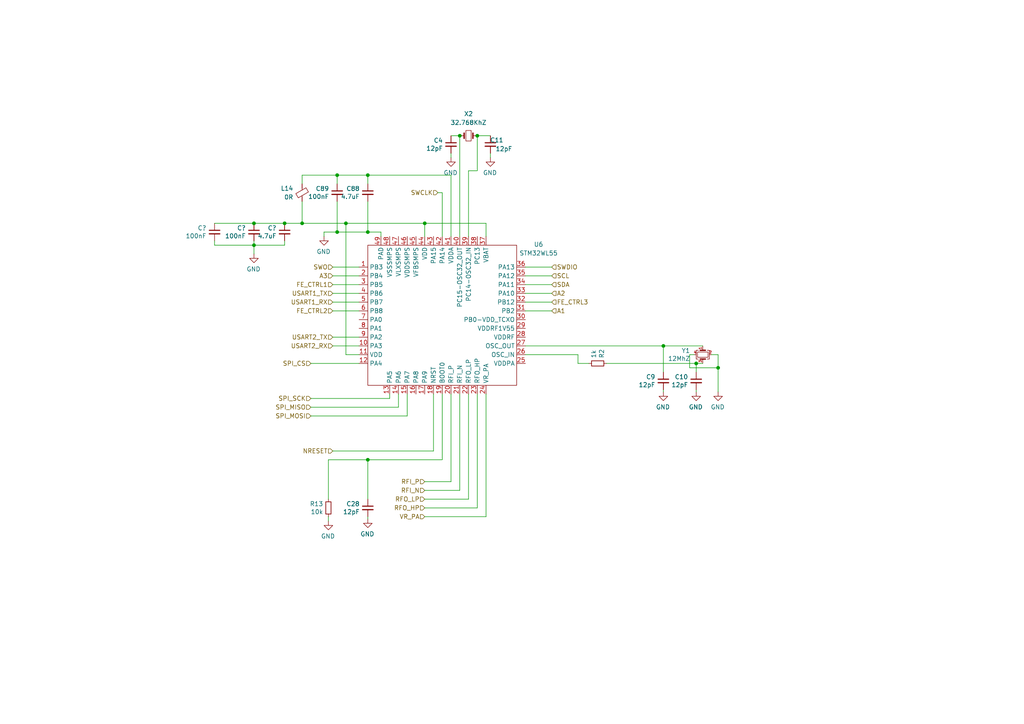
<source format=kicad_sch>
(kicad_sch (version 20211123) (generator eeschema)

  (uuid a9b77efa-d172-46db-ba4a-30e474cee555)

  (paper "A4")

  (lib_symbols
    (symbol "Device:C_Small" (pin_numbers hide) (pin_names (offset 0.254) hide) (in_bom yes) (on_board yes)
      (property "Reference" "C" (id 0) (at 0.254 1.778 0)
        (effects (font (size 1.27 1.27)) (justify left))
      )
      (property "Value" "C_Small" (id 1) (at 0.254 -2.032 0)
        (effects (font (size 1.27 1.27)) (justify left))
      )
      (property "Footprint" "" (id 2) (at 0 0 0)
        (effects (font (size 1.27 1.27)) hide)
      )
      (property "Datasheet" "~" (id 3) (at 0 0 0)
        (effects (font (size 1.27 1.27)) hide)
      )
      (property "ki_keywords" "capacitor cap" (id 4) (at 0 0 0)
        (effects (font (size 1.27 1.27)) hide)
      )
      (property "ki_description" "Unpolarized capacitor, small symbol" (id 5) (at 0 0 0)
        (effects (font (size 1.27 1.27)) hide)
      )
      (property "ki_fp_filters" "C_*" (id 6) (at 0 0 0)
        (effects (font (size 1.27 1.27)) hide)
      )
      (symbol "C_Small_0_1"
        (polyline
          (pts
            (xy -1.524 -0.508)
            (xy 1.524 -0.508)
          )
          (stroke (width 0.3302) (type default) (color 0 0 0 0))
          (fill (type none))
        )
        (polyline
          (pts
            (xy -1.524 0.508)
            (xy 1.524 0.508)
          )
          (stroke (width 0.3048) (type default) (color 0 0 0 0))
          (fill (type none))
        )
      )
      (symbol "C_Small_1_1"
        (pin passive line (at 0 2.54 270) (length 2.032)
          (name "~" (effects (font (size 1.27 1.27))))
          (number "1" (effects (font (size 1.27 1.27))))
        )
        (pin passive line (at 0 -2.54 90) (length 2.032)
          (name "~" (effects (font (size 1.27 1.27))))
          (number "2" (effects (font (size 1.27 1.27))))
        )
      )
    )
    (symbol "Device:Crystal_GND24_Small" (pin_names (offset 1.016) hide) (in_bom yes) (on_board yes)
      (property "Reference" "Y" (id 0) (at 1.27 4.445 0)
        (effects (font (size 1.27 1.27)) (justify left))
      )
      (property "Value" "Crystal_GND24_Small" (id 1) (at 1.27 2.54 0)
        (effects (font (size 1.27 1.27)) (justify left))
      )
      (property "Footprint" "" (id 2) (at 0 0 0)
        (effects (font (size 1.27 1.27)) hide)
      )
      (property "Datasheet" "~" (id 3) (at 0 0 0)
        (effects (font (size 1.27 1.27)) hide)
      )
      (property "ki_keywords" "quartz ceramic resonator oscillator" (id 4) (at 0 0 0)
        (effects (font (size 1.27 1.27)) hide)
      )
      (property "ki_description" "Four pin crystal, GND on pins 2 and 4, small symbol" (id 5) (at 0 0 0)
        (effects (font (size 1.27 1.27)) hide)
      )
      (property "ki_fp_filters" "Crystal*" (id 6) (at 0 0 0)
        (effects (font (size 1.27 1.27)) hide)
      )
      (symbol "Crystal_GND24_Small_0_1"
        (rectangle (start -0.762 -1.524) (end 0.762 1.524)
          (stroke (width 0) (type default) (color 0 0 0 0))
          (fill (type none))
        )
        (polyline
          (pts
            (xy -1.27 -0.762)
            (xy -1.27 0.762)
          )
          (stroke (width 0.381) (type default) (color 0 0 0 0))
          (fill (type none))
        )
        (polyline
          (pts
            (xy 1.27 -0.762)
            (xy 1.27 0.762)
          )
          (stroke (width 0.381) (type default) (color 0 0 0 0))
          (fill (type none))
        )
        (polyline
          (pts
            (xy -1.27 -1.27)
            (xy -1.27 -1.905)
            (xy 1.27 -1.905)
            (xy 1.27 -1.27)
          )
          (stroke (width 0) (type default) (color 0 0 0 0))
          (fill (type none))
        )
        (polyline
          (pts
            (xy -1.27 1.27)
            (xy -1.27 1.905)
            (xy 1.27 1.905)
            (xy 1.27 1.27)
          )
          (stroke (width 0) (type default) (color 0 0 0 0))
          (fill (type none))
        )
      )
      (symbol "Crystal_GND24_Small_1_1"
        (pin passive line (at -2.54 0 0) (length 1.27)
          (name "1" (effects (font (size 1.27 1.27))))
          (number "1" (effects (font (size 0.762 0.762))))
        )
        (pin passive line (at 0 -2.54 90) (length 0.635)
          (name "2" (effects (font (size 1.27 1.27))))
          (number "2" (effects (font (size 0.762 0.762))))
        )
        (pin passive line (at 2.54 0 180) (length 1.27)
          (name "3" (effects (font (size 1.27 1.27))))
          (number "3" (effects (font (size 0.762 0.762))))
        )
        (pin passive line (at 0 2.54 270) (length 0.635)
          (name "4" (effects (font (size 1.27 1.27))))
          (number "4" (effects (font (size 0.762 0.762))))
        )
      )
    )
    (symbol "Device:Crystal_Small" (pin_numbers hide) (pin_names (offset 1.016) hide) (in_bom yes) (on_board yes)
      (property "Reference" "Y" (id 0) (at 0 2.54 0)
        (effects (font (size 1.27 1.27)))
      )
      (property "Value" "Crystal_Small" (id 1) (at 0 -2.54 0)
        (effects (font (size 1.27 1.27)))
      )
      (property "Footprint" "" (id 2) (at 0 0 0)
        (effects (font (size 1.27 1.27)) hide)
      )
      (property "Datasheet" "~" (id 3) (at 0 0 0)
        (effects (font (size 1.27 1.27)) hide)
      )
      (property "ki_keywords" "quartz ceramic resonator oscillator" (id 4) (at 0 0 0)
        (effects (font (size 1.27 1.27)) hide)
      )
      (property "ki_description" "Two pin crystal, small symbol" (id 5) (at 0 0 0)
        (effects (font (size 1.27 1.27)) hide)
      )
      (property "ki_fp_filters" "Crystal*" (id 6) (at 0 0 0)
        (effects (font (size 1.27 1.27)) hide)
      )
      (symbol "Crystal_Small_0_1"
        (rectangle (start -0.762 -1.524) (end 0.762 1.524)
          (stroke (width 0) (type default) (color 0 0 0 0))
          (fill (type none))
        )
        (polyline
          (pts
            (xy -1.27 -0.762)
            (xy -1.27 0.762)
          )
          (stroke (width 0.381) (type default) (color 0 0 0 0))
          (fill (type none))
        )
        (polyline
          (pts
            (xy 1.27 -0.762)
            (xy 1.27 0.762)
          )
          (stroke (width 0.381) (type default) (color 0 0 0 0))
          (fill (type none))
        )
      )
      (symbol "Crystal_Small_1_1"
        (pin passive line (at -2.54 0 0) (length 1.27)
          (name "1" (effects (font (size 1.27 1.27))))
          (number "1" (effects (font (size 1.27 1.27))))
        )
        (pin passive line (at 2.54 0 180) (length 1.27)
          (name "2" (effects (font (size 1.27 1.27))))
          (number "2" (effects (font (size 1.27 1.27))))
        )
      )
    )
    (symbol "Device:FerriteBead_Small" (pin_numbers hide) (pin_names (offset 0)) (in_bom yes) (on_board yes)
      (property "Reference" "FB" (id 0) (at 1.905 1.27 0)
        (effects (font (size 1.27 1.27)) (justify left))
      )
      (property "Value" "FerriteBead_Small" (id 1) (at 1.905 -1.27 0)
        (effects (font (size 1.27 1.27)) (justify left))
      )
      (property "Footprint" "" (id 2) (at -1.778 0 90)
        (effects (font (size 1.27 1.27)) hide)
      )
      (property "Datasheet" "~" (id 3) (at 0 0 0)
        (effects (font (size 1.27 1.27)) hide)
      )
      (property "ki_keywords" "L ferrite bead inductor filter" (id 4) (at 0 0 0)
        (effects (font (size 1.27 1.27)) hide)
      )
      (property "ki_description" "Ferrite bead, small symbol" (id 5) (at 0 0 0)
        (effects (font (size 1.27 1.27)) hide)
      )
      (property "ki_fp_filters" "Inductor_* L_* *Ferrite*" (id 6) (at 0 0 0)
        (effects (font (size 1.27 1.27)) hide)
      )
      (symbol "FerriteBead_Small_0_1"
        (polyline
          (pts
            (xy 0 -1.27)
            (xy 0 -0.7874)
          )
          (stroke (width 0) (type default) (color 0 0 0 0))
          (fill (type none))
        )
        (polyline
          (pts
            (xy 0 0.889)
            (xy 0 1.2954)
          )
          (stroke (width 0) (type default) (color 0 0 0 0))
          (fill (type none))
        )
        (polyline
          (pts
            (xy -1.8288 0.2794)
            (xy -1.1176 1.4986)
            (xy 1.8288 -0.2032)
            (xy 1.1176 -1.4224)
            (xy -1.8288 0.2794)
          )
          (stroke (width 0) (type default) (color 0 0 0 0))
          (fill (type none))
        )
      )
      (symbol "FerriteBead_Small_1_1"
        (pin passive line (at 0 2.54 270) (length 1.27)
          (name "~" (effects (font (size 1.27 1.27))))
          (number "1" (effects (font (size 1.27 1.27))))
        )
        (pin passive line (at 0 -2.54 90) (length 1.27)
          (name "~" (effects (font (size 1.27 1.27))))
          (number "2" (effects (font (size 1.27 1.27))))
        )
      )
    )
    (symbol "Device:R_Small" (pin_numbers hide) (pin_names (offset 0.254) hide) (in_bom yes) (on_board yes)
      (property "Reference" "R" (id 0) (at 0.762 0.508 0)
        (effects (font (size 1.27 1.27)) (justify left))
      )
      (property "Value" "R_Small" (id 1) (at 0.762 -1.016 0)
        (effects (font (size 1.27 1.27)) (justify left))
      )
      (property "Footprint" "" (id 2) (at 0 0 0)
        (effects (font (size 1.27 1.27)) hide)
      )
      (property "Datasheet" "~" (id 3) (at 0 0 0)
        (effects (font (size 1.27 1.27)) hide)
      )
      (property "ki_keywords" "R resistor" (id 4) (at 0 0 0)
        (effects (font (size 1.27 1.27)) hide)
      )
      (property "ki_description" "Resistor, small symbol" (id 5) (at 0 0 0)
        (effects (font (size 1.27 1.27)) hide)
      )
      (property "ki_fp_filters" "R_*" (id 6) (at 0 0 0)
        (effects (font (size 1.27 1.27)) hide)
      )
      (symbol "R_Small_0_1"
        (rectangle (start -0.762 1.778) (end 0.762 -1.778)
          (stroke (width 0.2032) (type default) (color 0 0 0 0))
          (fill (type none))
        )
      )
      (symbol "R_Small_1_1"
        (pin passive line (at 0 2.54 270) (length 0.762)
          (name "~" (effects (font (size 1.27 1.27))))
          (number "1" (effects (font (size 1.27 1.27))))
        )
        (pin passive line (at 0 -2.54 90) (length 0.762)
          (name "~" (effects (font (size 1.27 1.27))))
          (number "2" (effects (font (size 1.27 1.27))))
        )
      )
    )
    (symbol "parts:STM32WL55" (in_bom yes) (on_board yes)
      (property "Reference" "U" (id 0) (at 0 0 0)
        (effects (font (size 1.27 1.27)))
      )
      (property "Value" "STM32WL55" (id 1) (at 0 0 0)
        (effects (font (size 1.27 1.27)))
      )
      (property "Footprint" "" (id 2) (at 0 0 0)
        (effects (font (size 1.27 1.27)) hide)
      )
      (property "Datasheet" "" (id 3) (at 0 0 0)
        (effects (font (size 1.27 1.27)) hide)
      )
      (symbol "STM32WL55_0_1"
        (rectangle (start -20.32 20.32) (end 22.86 -20.32)
          (stroke (width 0) (type default) (color 0 0 0 0))
          (fill (type none))
        )
      )
      (symbol "STM32WL55_1_1"
        (pin unspecified line (at -22.86 13.97 0) (length 2.54)
          (name "PB3" (effects (font (size 1.27 1.27))))
          (number "1" (effects (font (size 1.27 1.27))))
        )
        (pin unspecified line (at -22.86 -8.89 0) (length 2.54)
          (name "PA3" (effects (font (size 1.27 1.27))))
          (number "10" (effects (font (size 1.27 1.27))))
        )
        (pin unspecified line (at -22.86 -11.43 0) (length 2.54)
          (name "VDD" (effects (font (size 1.27 1.27))))
          (number "11" (effects (font (size 1.27 1.27))))
        )
        (pin unspecified line (at -22.86 -13.97 0) (length 2.54)
          (name "PA4" (effects (font (size 1.27 1.27))))
          (number "12" (effects (font (size 1.27 1.27))))
        )
        (pin unspecified line (at -13.97 -22.86 90) (length 2.54)
          (name "PA5" (effects (font (size 1.27 1.27))))
          (number "13" (effects (font (size 1.27 1.27))))
        )
        (pin unspecified line (at -11.43 -22.86 90) (length 2.54)
          (name "PA6" (effects (font (size 1.27 1.27))))
          (number "14" (effects (font (size 1.27 1.27))))
        )
        (pin unspecified line (at -8.89 -22.86 90) (length 2.54)
          (name "PA7" (effects (font (size 1.27 1.27))))
          (number "15" (effects (font (size 1.27 1.27))))
        )
        (pin unspecified line (at -6.35 -22.86 90) (length 2.54)
          (name "PA8" (effects (font (size 1.27 1.27))))
          (number "16" (effects (font (size 1.27 1.27))))
        )
        (pin unspecified line (at -3.81 -22.86 90) (length 2.54)
          (name "PA9" (effects (font (size 1.27 1.27))))
          (number "17" (effects (font (size 1.27 1.27))))
        )
        (pin unspecified line (at -1.27 -22.86 90) (length 2.54)
          (name "NRST" (effects (font (size 1.27 1.27))))
          (number "18" (effects (font (size 1.27 1.27))))
        )
        (pin unspecified line (at 1.27 -22.86 90) (length 2.54)
          (name "BOOT0" (effects (font (size 1.27 1.27))))
          (number "19" (effects (font (size 1.27 1.27))))
        )
        (pin unspecified line (at -22.86 11.43 0) (length 2.54)
          (name "PB4" (effects (font (size 1.27 1.27))))
          (number "2" (effects (font (size 1.27 1.27))))
        )
        (pin unspecified line (at 3.81 -22.86 90) (length 2.54)
          (name "RFI_P" (effects (font (size 1.27 1.27))))
          (number "20" (effects (font (size 1.27 1.27))))
        )
        (pin unspecified line (at 6.35 -22.86 90) (length 2.54)
          (name "RFI_N" (effects (font (size 1.27 1.27))))
          (number "21" (effects (font (size 1.27 1.27))))
        )
        (pin unspecified line (at 8.89 -22.86 90) (length 2.54)
          (name "RFO_LP" (effects (font (size 1.27 1.27))))
          (number "22" (effects (font (size 1.27 1.27))))
        )
        (pin unspecified line (at 11.43 -22.86 90) (length 2.54)
          (name "RFO_HP" (effects (font (size 1.27 1.27))))
          (number "23" (effects (font (size 1.27 1.27))))
        )
        (pin unspecified line (at 13.97 -22.86 90) (length 2.54)
          (name "VR_PA" (effects (font (size 1.27 1.27))))
          (number "24" (effects (font (size 1.27 1.27))))
        )
        (pin unspecified line (at 25.4 -13.97 180) (length 2.54)
          (name "VDDPA" (effects (font (size 1.27 1.27))))
          (number "25" (effects (font (size 1.27 1.27))))
        )
        (pin unspecified line (at 25.4 -11.43 180) (length 2.54)
          (name "OSC_IN" (effects (font (size 1.27 1.27))))
          (number "26" (effects (font (size 1.27 1.27))))
        )
        (pin unspecified line (at 25.4 -8.89 180) (length 2.54)
          (name "OSC_OUT" (effects (font (size 1.27 1.27))))
          (number "27" (effects (font (size 1.27 1.27))))
        )
        (pin unspecified line (at 25.4 -6.35 180) (length 2.54)
          (name "VDDRF" (effects (font (size 1.27 1.27))))
          (number "28" (effects (font (size 1.27 1.27))))
        )
        (pin unspecified line (at 25.4 -3.81 180) (length 2.54)
          (name "VDDRF1V55" (effects (font (size 1.27 1.27))))
          (number "29" (effects (font (size 1.27 1.27))))
        )
        (pin unspecified line (at -22.86 8.89 0) (length 2.54)
          (name "PB5" (effects (font (size 1.27 1.27))))
          (number "3" (effects (font (size 1.27 1.27))))
        )
        (pin unspecified line (at 25.4 -1.27 180) (length 2.54)
          (name "PB0-VDD_TCXO" (effects (font (size 1.27 1.27))))
          (number "30" (effects (font (size 1.27 1.27))))
        )
        (pin unspecified line (at 25.4 1.27 180) (length 2.54)
          (name "PB2" (effects (font (size 1.27 1.27))))
          (number "31" (effects (font (size 1.27 1.27))))
        )
        (pin unspecified line (at 25.4 3.81 180) (length 2.54)
          (name "PB12" (effects (font (size 1.27 1.27))))
          (number "32" (effects (font (size 1.27 1.27))))
        )
        (pin unspecified line (at 25.4 6.35 180) (length 2.54)
          (name "PA10" (effects (font (size 1.27 1.27))))
          (number "33" (effects (font (size 1.27 1.27))))
        )
        (pin unspecified line (at 25.4 8.89 180) (length 2.54)
          (name "PA11" (effects (font (size 1.27 1.27))))
          (number "34" (effects (font (size 1.27 1.27))))
        )
        (pin unspecified line (at 25.4 11.43 180) (length 2.54)
          (name "PA12" (effects (font (size 1.27 1.27))))
          (number "35" (effects (font (size 1.27 1.27))))
        )
        (pin unspecified line (at 25.4 13.97 180) (length 2.54)
          (name "PA13" (effects (font (size 1.27 1.27))))
          (number "36" (effects (font (size 1.27 1.27))))
        )
        (pin unspecified line (at 13.97 22.86 270) (length 2.54)
          (name "VBAT" (effects (font (size 1.27 1.27))))
          (number "37" (effects (font (size 1.27 1.27))))
        )
        (pin unspecified line (at 11.43 22.86 270) (length 2.54)
          (name "PC13" (effects (font (size 1.27 1.27))))
          (number "38" (effects (font (size 1.27 1.27))))
        )
        (pin unspecified line (at 8.89 22.86 270) (length 2.54)
          (name "PC14-OSC32_IN" (effects (font (size 1.27 1.27))))
          (number "39" (effects (font (size 1.27 1.27))))
        )
        (pin unspecified line (at -22.86 6.35 0) (length 2.54)
          (name "PB6" (effects (font (size 1.27 1.27))))
          (number "4" (effects (font (size 1.27 1.27))))
        )
        (pin unspecified line (at 6.35 22.86 270) (length 2.54)
          (name "PC15-OSC32_OUT" (effects (font (size 1.27 1.27))))
          (number "40" (effects (font (size 1.27 1.27))))
        )
        (pin unspecified line (at 3.81 22.86 270) (length 2.54)
          (name "VDDA" (effects (font (size 1.27 1.27))))
          (number "41" (effects (font (size 1.27 1.27))))
        )
        (pin unspecified line (at 1.27 22.86 270) (length 2.54)
          (name "PA14" (effects (font (size 1.27 1.27))))
          (number "42" (effects (font (size 1.27 1.27))))
        )
        (pin unspecified line (at -1.27 22.86 270) (length 2.54)
          (name "PA15" (effects (font (size 1.27 1.27))))
          (number "43" (effects (font (size 1.27 1.27))))
        )
        (pin unspecified line (at -3.81 22.86 270) (length 2.54)
          (name "VDD" (effects (font (size 1.27 1.27))))
          (number "44" (effects (font (size 1.27 1.27))))
        )
        (pin unspecified line (at -6.35 22.86 270) (length 2.54)
          (name "VFBSMPS" (effects (font (size 1.27 1.27))))
          (number "45" (effects (font (size 1.27 1.27))))
        )
        (pin unspecified line (at -8.89 22.86 270) (length 2.54)
          (name "VDDSMPS" (effects (font (size 1.27 1.27))))
          (number "46" (effects (font (size 1.27 1.27))))
        )
        (pin unspecified line (at -11.43 22.86 270) (length 2.54)
          (name "VLXSMPS" (effects (font (size 1.27 1.27))))
          (number "47" (effects (font (size 1.27 1.27))))
        )
        (pin unspecified line (at -13.97 22.86 270) (length 2.54)
          (name "VSSSMPS" (effects (font (size 1.27 1.27))))
          (number "48" (effects (font (size 1.27 1.27))))
        )
        (pin unspecified line (at -16.51 22.86 270) (length 2.54)
          (name "PAD" (effects (font (size 1.27 1.27))))
          (number "49" (effects (font (size 1.27 1.27))))
        )
        (pin unspecified line (at -22.86 3.81 0) (length 2.54)
          (name "PB7" (effects (font (size 1.27 1.27))))
          (number "5" (effects (font (size 1.27 1.27))))
        )
        (pin unspecified line (at -22.86 1.27 0) (length 2.54)
          (name "PB8" (effects (font (size 1.27 1.27))))
          (number "6" (effects (font (size 1.27 1.27))))
        )
        (pin unspecified line (at -22.86 -1.27 0) (length 2.54)
          (name "PA0" (effects (font (size 1.27 1.27))))
          (number "7" (effects (font (size 1.27 1.27))))
        )
        (pin unspecified line (at -22.86 -3.81 0) (length 2.54)
          (name "PA1" (effects (font (size 1.27 1.27))))
          (number "8" (effects (font (size 1.27 1.27))))
        )
        (pin unspecified line (at -22.86 -6.35 0) (length 2.54)
          (name "PA2" (effects (font (size 1.27 1.27))))
          (number "9" (effects (font (size 1.27 1.27))))
        )
      )
    )
    (symbol "power:GND" (power) (pin_names (offset 0)) (in_bom yes) (on_board yes)
      (property "Reference" "#PWR" (id 0) (at 0 -6.35 0)
        (effects (font (size 1.27 1.27)) hide)
      )
      (property "Value" "GND" (id 1) (at 0 -3.81 0)
        (effects (font (size 1.27 1.27)))
      )
      (property "Footprint" "" (id 2) (at 0 0 0)
        (effects (font (size 1.27 1.27)) hide)
      )
      (property "Datasheet" "" (id 3) (at 0 0 0)
        (effects (font (size 1.27 1.27)) hide)
      )
      (property "ki_keywords" "power-flag" (id 4) (at 0 0 0)
        (effects (font (size 1.27 1.27)) hide)
      )
      (property "ki_description" "Power symbol creates a global label with name \"GND\" , ground" (id 5) (at 0 0 0)
        (effects (font (size 1.27 1.27)) hide)
      )
      (symbol "GND_0_1"
        (polyline
          (pts
            (xy 0 0)
            (xy 0 -1.27)
            (xy 1.27 -1.27)
            (xy 0 -2.54)
            (xy -1.27 -1.27)
            (xy 0 -1.27)
          )
          (stroke (width 0) (type default) (color 0 0 0 0))
          (fill (type none))
        )
      )
      (symbol "GND_1_1"
        (pin power_in line (at 0 0 270) (length 0) hide
          (name "GND" (effects (font (size 1.27 1.27))))
          (number "1" (effects (font (size 1.27 1.27))))
        )
      )
    )
  )

  (junction (at 106.68 67.31) (diameter 0) (color 0 0 0 0)
    (uuid 04f78bf1-e097-4c5a-90b9-bf470ac3156f)
  )
  (junction (at 100.33 64.77) (diameter 0) (color 0 0 0 0)
    (uuid 1738c2b6-e527-423e-a885-ec75472dc416)
  )
  (junction (at 106.68 133.35) (diameter 0) (color 0 0 0 0)
    (uuid 3438d4f5-786e-4703-9ed2-dbc010a6d633)
  )
  (junction (at 73.66 64.77) (diameter 0) (color 0 0 0 0)
    (uuid 560d8273-1d60-45e8-a9b2-fe338842b82d)
  )
  (junction (at 123.19 64.77) (diameter 0) (color 0 0 0 0)
    (uuid 64290c85-1b7d-4bce-9bcb-1cd5c648d2d3)
  )
  (junction (at 73.66 71.12) (diameter 0) (color 0 0 0 0)
    (uuid 7ec10bd9-df73-496c-a989-b06d2a689283)
  )
  (junction (at 133.35 39.37) (diameter 0) (color 0 0 0 0)
    (uuid 9e6032b5-21f1-4bd1-9c31-36c25dd8d7f7)
  )
  (junction (at 97.79 67.31) (diameter 0) (color 0 0 0 0)
    (uuid a4ad745b-daae-44f3-af9c-f2f3d4e1c013)
  )
  (junction (at 97.79 50.8) (diameter 0) (color 0 0 0 0)
    (uuid b1e483c0-5514-4045-b360-19afc98377f0)
  )
  (junction (at 106.68 50.8) (diameter 0) (color 0 0 0 0)
    (uuid b89733bb-3726-47b7-9c9f-18eee7194fee)
  )
  (junction (at 138.43 39.37) (diameter 0) (color 0 0 0 0)
    (uuid cc4cbf82-ad7e-49b5-bd83-6c1e6b3f9522)
  )
  (junction (at 87.63 64.77) (diameter 0) (color 0 0 0 0)
    (uuid d75dc445-a83e-4831-bf0b-bc0f7b39fbc3)
  )
  (junction (at 82.55 64.77) (diameter 0) (color 0 0 0 0)
    (uuid e0e2d8f4-339f-41bc-8b26-8549bd5fa6dc)
  )
  (junction (at 192.405 100.33) (diameter 0) (color 0 0 0 0)
    (uuid e980db48-9bb3-4524-a6a5-0c22949cd37c)
  )
  (junction (at 208.28 106.68) (diameter 0) (color 0 0 0 0)
    (uuid e9987e50-0d13-4125-b23e-e843468858ea)
  )
  (junction (at 201.93 105.41) (diameter 0) (color 0 0 0 0)
    (uuid ebe1dcef-8b9d-42d0-a93e-bf4f0a73fd2c)
  )

  (wire (pts (xy 90.17 120.65) (xy 118.11 120.65))
    (stroke (width 0) (type default) (color 0 0 0 0))
    (uuid 040cf36f-7820-4d69-9ea0-e167d7a80d2c)
  )
  (wire (pts (xy 73.66 64.77) (xy 82.55 64.77))
    (stroke (width 0) (type default) (color 0 0 0 0))
    (uuid 04872117-d6c6-4de3-86d6-8aff9b203d95)
  )
  (wire (pts (xy 138.43 49.53) (xy 138.43 39.37))
    (stroke (width 0) (type default) (color 0 0 0 0))
    (uuid 04eccd38-7f70-4c73-b384-ef856340af96)
  )
  (wire (pts (xy 208.28 106.68) (xy 200.025 106.68))
    (stroke (width 0) (type default) (color 0 0 0 0))
    (uuid 09a58e71-9c96-4c43-b7a4-41f2bdadf39d)
  )
  (wire (pts (xy 106.68 150.495) (xy 106.68 149.86))
    (stroke (width 0) (type default) (color 0 0 0 0))
    (uuid 0a06a42a-5b9c-44d3-abb8-a704b7ef68be)
  )
  (wire (pts (xy 123.19 142.24) (xy 133.35 142.24))
    (stroke (width 0) (type default) (color 0 0 0 0))
    (uuid 0f89c883-80e9-490d-8320-cc69f0287ee6)
  )
  (wire (pts (xy 95.25 144.78) (xy 95.25 133.35))
    (stroke (width 0) (type default) (color 0 0 0 0))
    (uuid 133ae423-07a4-47c7-b7fa-c5093b7943eb)
  )
  (wire (pts (xy 152.4 85.09) (xy 160.02 85.09))
    (stroke (width 0) (type default) (color 0 0 0 0))
    (uuid 15712092-7df5-4e25-bb6b-f7fb204794d8)
  )
  (wire (pts (xy 152.4 90.17) (xy 160.02 90.17))
    (stroke (width 0) (type default) (color 0 0 0 0))
    (uuid 15e2a645-0ac5-4cae-8ce8-0437eef4083b)
  )
  (wire (pts (xy 200.025 106.68) (xy 200.025 102.87))
    (stroke (width 0) (type default) (color 0 0 0 0))
    (uuid 18fd661c-889f-4ed1-ae0d-3d98771f4a75)
  )
  (wire (pts (xy 96.52 87.63) (xy 104.14 87.63))
    (stroke (width 0) (type default) (color 0 0 0 0))
    (uuid 1aaafe0f-0510-4227-ae65-c2caa61bef4d)
  )
  (wire (pts (xy 62.23 69.85) (xy 62.23 71.12))
    (stroke (width 0) (type default) (color 0 0 0 0))
    (uuid 1aed2653-5555-4759-898e-4cdf2c0d43b1)
  )
  (wire (pts (xy 135.89 49.53) (xy 138.43 49.53))
    (stroke (width 0) (type default) (color 0 0 0 0))
    (uuid 217d3f8a-c1e7-45e2-bbe5-a06d9a7876e9)
  )
  (wire (pts (xy 123.19 64.77) (xy 123.19 68.58))
    (stroke (width 0) (type default) (color 0 0 0 0))
    (uuid 21b70827-8232-441a-83de-c41bd0126108)
  )
  (wire (pts (xy 106.68 58.42) (xy 106.68 67.31))
    (stroke (width 0) (type default) (color 0 0 0 0))
    (uuid 23ca777b-d177-4aec-9131-26ece007944c)
  )
  (wire (pts (xy 192.405 107.95) (xy 192.405 100.33))
    (stroke (width 0) (type default) (color 0 0 0 0))
    (uuid 257aa798-2768-48f5-a149-f6f061ef2b47)
  )
  (wire (pts (xy 87.63 50.8) (xy 97.79 50.8))
    (stroke (width 0) (type default) (color 0 0 0 0))
    (uuid 27bf3ba5-d95d-4fc8-99b6-52ae819126da)
  )
  (wire (pts (xy 96.52 100.33) (xy 104.14 100.33))
    (stroke (width 0) (type default) (color 0 0 0 0))
    (uuid 2a97928d-2b53-4445-a5ef-91c00ba37478)
  )
  (wire (pts (xy 130.81 39.37) (xy 133.35 39.37))
    (stroke (width 0) (type default) (color 0 0 0 0))
    (uuid 2be38d0c-aeab-4942-9b47-1022f7b53013)
  )
  (wire (pts (xy 170.815 105.41) (xy 167.64 105.41))
    (stroke (width 0) (type default) (color 0 0 0 0))
    (uuid 2c799d43-8913-480d-8e75-4f73de8a2409)
  )
  (wire (pts (xy 123.19 149.86) (xy 140.97 149.86))
    (stroke (width 0) (type default) (color 0 0 0 0))
    (uuid 2f7e7edb-2bc1-4b4d-8aab-d2fb0e1edd76)
  )
  (wire (pts (xy 100.33 64.77) (xy 123.19 64.77))
    (stroke (width 0) (type default) (color 0 0 0 0))
    (uuid 340c460f-7de4-45fc-b799-389e9d2a5dc8)
  )
  (wire (pts (xy 113.03 114.3) (xy 113.03 115.57))
    (stroke (width 0) (type default) (color 0 0 0 0))
    (uuid 360b8f86-48d2-4c0c-a87f-8fd29025fd7d)
  )
  (wire (pts (xy 90.17 105.41) (xy 104.14 105.41))
    (stroke (width 0) (type default) (color 0 0 0 0))
    (uuid 36b21182-bffe-43b6-ac30-59b1d7cc7122)
  )
  (wire (pts (xy 123.19 147.32) (xy 138.43 147.32))
    (stroke (width 0) (type default) (color 0 0 0 0))
    (uuid 36fedb12-c05f-4d60-8283-bcb7db2d4fa2)
  )
  (wire (pts (xy 97.79 58.42) (xy 97.79 67.31))
    (stroke (width 0) (type default) (color 0 0 0 0))
    (uuid 384739a3-abae-497d-bc4c-783e9412f29b)
  )
  (wire (pts (xy 123.19 144.78) (xy 135.89 144.78))
    (stroke (width 0) (type default) (color 0 0 0 0))
    (uuid 3b996298-df01-4201-9b4e-347975ee48fb)
  )
  (wire (pts (xy 82.55 64.77) (xy 87.63 64.77))
    (stroke (width 0) (type default) (color 0 0 0 0))
    (uuid 3d5f0ae2-f513-48bf-a951-e4e3b85dd1b4)
  )
  (wire (pts (xy 138.43 147.32) (xy 138.43 114.3))
    (stroke (width 0) (type default) (color 0 0 0 0))
    (uuid 3e6c39e7-5811-431d-a8e6-41e754fec9b3)
  )
  (wire (pts (xy 200.025 102.87) (xy 201.295 102.87))
    (stroke (width 0) (type default) (color 0 0 0 0))
    (uuid 4405b2e3-95fe-4664-94b5-b9417b3373ee)
  )
  (wire (pts (xy 152.4 100.33) (xy 192.405 100.33))
    (stroke (width 0) (type default) (color 0 0 0 0))
    (uuid 447f0a7f-82d6-4e1c-b211-2111b7add427)
  )
  (wire (pts (xy 96.52 82.55) (xy 104.14 82.55))
    (stroke (width 0) (type default) (color 0 0 0 0))
    (uuid 4eef1011-ff45-4458-b33b-039a4190bd9d)
  )
  (wire (pts (xy 95.25 149.86) (xy 95.25 151.13))
    (stroke (width 0) (type default) (color 0 0 0 0))
    (uuid 4f61964a-3e1d-4e53-ac7e-7ce32ebcb032)
  )
  (wire (pts (xy 106.68 50.8) (xy 130.81 50.8))
    (stroke (width 0) (type default) (color 0 0 0 0))
    (uuid 538abe8b-d9cc-4c91-9591-ba90acfd9575)
  )
  (wire (pts (xy 96.52 130.81) (xy 125.73 130.81))
    (stroke (width 0) (type default) (color 0 0 0 0))
    (uuid 5d07ca33-d9a6-4ba6-9e03-77064b9650cc)
  )
  (wire (pts (xy 128.27 55.88) (xy 128.27 68.58))
    (stroke (width 0) (type default) (color 0 0 0 0))
    (uuid 66fdbbf9-c0a5-46a1-9665-a965ab124996)
  )
  (wire (pts (xy 140.97 149.86) (xy 140.97 114.3))
    (stroke (width 0) (type default) (color 0 0 0 0))
    (uuid 678ad0b6-acc9-4508-9cb0-c98736085747)
  )
  (wire (pts (xy 130.81 139.7) (xy 130.81 114.3))
    (stroke (width 0) (type default) (color 0 0 0 0))
    (uuid 682f60cf-27c7-48ec-94dd-4bf0fe3d6c6b)
  )
  (wire (pts (xy 82.55 71.12) (xy 82.55 69.85))
    (stroke (width 0) (type default) (color 0 0 0 0))
    (uuid 6fcfaf33-eaa0-41ba-8137-f8f3063b4f5a)
  )
  (wire (pts (xy 135.89 68.58) (xy 135.89 49.53))
    (stroke (width 0) (type default) (color 0 0 0 0))
    (uuid 72584728-e254-4661-8dc9-ed9c890756ba)
  )
  (wire (pts (xy 175.895 105.41) (xy 201.93 105.41))
    (stroke (width 0) (type default) (color 0 0 0 0))
    (uuid 73113475-1072-44bf-900a-754e25a9d30b)
  )
  (wire (pts (xy 152.4 80.01) (xy 160.02 80.01))
    (stroke (width 0) (type default) (color 0 0 0 0))
    (uuid 771fe0b4-4392-46cb-8909-846481581dc7)
  )
  (wire (pts (xy 203.835 100.33) (xy 192.405 100.33))
    (stroke (width 0) (type default) (color 0 0 0 0))
    (uuid 790200e1-d431-4aa5-8263-d1d934b59e75)
  )
  (wire (pts (xy 201.93 113.665) (xy 201.93 113.03))
    (stroke (width 0) (type default) (color 0 0 0 0))
    (uuid 8062aff2-7c46-401b-a7ea-17a7511d2f0a)
  )
  (wire (pts (xy 96.52 77.47) (xy 104.14 77.47))
    (stroke (width 0) (type default) (color 0 0 0 0))
    (uuid 80a42d56-a8e9-4fc5-93d7-88feb324e5a3)
  )
  (wire (pts (xy 201.93 107.95) (xy 201.93 105.41))
    (stroke (width 0) (type default) (color 0 0 0 0))
    (uuid 82b98f64-9992-42b3-aeb6-83cd4dadab8c)
  )
  (wire (pts (xy 97.79 50.8) (xy 106.68 50.8))
    (stroke (width 0) (type default) (color 0 0 0 0))
    (uuid 88bdfb7c-28f9-462b-85c5-6e2ff710f3b7)
  )
  (wire (pts (xy 73.66 69.85) (xy 73.66 71.12))
    (stroke (width 0) (type default) (color 0 0 0 0))
    (uuid 8e214b04-ff26-48e6-b883-50d3aea8fbc6)
  )
  (wire (pts (xy 133.35 142.24) (xy 133.35 114.3))
    (stroke (width 0) (type default) (color 0 0 0 0))
    (uuid 94d93c4c-d081-43d9-98dd-bc02a7538d76)
  )
  (wire (pts (xy 203.835 105.41) (xy 201.93 105.41))
    (stroke (width 0) (type default) (color 0 0 0 0))
    (uuid 99611ead-a24a-4473-9041-ddad3513e9e5)
  )
  (wire (pts (xy 96.52 97.79) (xy 104.14 97.79))
    (stroke (width 0) (type default) (color 0 0 0 0))
    (uuid 9b3718e3-21e9-42b0-b67a-884584cfb857)
  )
  (wire (pts (xy 106.68 67.31) (xy 110.49 67.31))
    (stroke (width 0) (type default) (color 0 0 0 0))
    (uuid a187e6c7-3756-47d2-aebe-a3073038c82e)
  )
  (wire (pts (xy 125.73 130.81) (xy 125.73 114.3))
    (stroke (width 0) (type default) (color 0 0 0 0))
    (uuid a1edbf73-0e88-42f4-a00c-199fcf323d58)
  )
  (wire (pts (xy 152.4 82.55) (xy 160.02 82.55))
    (stroke (width 0) (type default) (color 0 0 0 0))
    (uuid a64f7d53-bd7a-4c48-84f5-7c7054ee1a13)
  )
  (wire (pts (xy 115.57 118.11) (xy 115.57 114.3))
    (stroke (width 0) (type default) (color 0 0 0 0))
    (uuid a769801d-3318-48f0-bb0a-29a1e2cabd7b)
  )
  (wire (pts (xy 110.49 67.31) (xy 110.49 68.58))
    (stroke (width 0) (type default) (color 0 0 0 0))
    (uuid a9b0cf83-f6d1-44de-bab3-bf2f4db46b90)
  )
  (wire (pts (xy 90.17 118.11) (xy 115.57 118.11))
    (stroke (width 0) (type default) (color 0 0 0 0))
    (uuid abad3316-4884-4752-b049-63cce9e5227d)
  )
  (wire (pts (xy 93.98 67.31) (xy 97.79 67.31))
    (stroke (width 0) (type default) (color 0 0 0 0))
    (uuid ac4dfe0f-2fa4-45d4-804c-6e5f3b196e6f)
  )
  (wire (pts (xy 97.79 67.31) (xy 106.68 67.31))
    (stroke (width 0) (type default) (color 0 0 0 0))
    (uuid ac92b08d-d7f5-414d-bf24-1c1e1f0b01bf)
  )
  (wire (pts (xy 123.19 139.7) (xy 130.81 139.7))
    (stroke (width 0) (type default) (color 0 0 0 0))
    (uuid afa772fb-7fd2-4232-9e8d-a3749d2dbaf4)
  )
  (wire (pts (xy 127 55.88) (xy 128.27 55.88))
    (stroke (width 0) (type default) (color 0 0 0 0))
    (uuid b142bc33-8db0-4580-a855-c41ee83bf7c2)
  )
  (wire (pts (xy 208.28 102.87) (xy 206.375 102.87))
    (stroke (width 0) (type default) (color 0 0 0 0))
    (uuid b4ff343a-8ac6-4857-b768-e2c1b74c1785)
  )
  (wire (pts (xy 97.79 50.8) (xy 97.79 53.34))
    (stroke (width 0) (type default) (color 0 0 0 0))
    (uuid b7adeda8-0f6b-48da-b896-12a3c773dc2a)
  )
  (wire (pts (xy 106.68 133.35) (xy 128.27 133.35))
    (stroke (width 0) (type default) (color 0 0 0 0))
    (uuid ba675034-8f0c-461b-903b-0ba77699529f)
  )
  (wire (pts (xy 87.63 64.77) (xy 100.33 64.77))
    (stroke (width 0) (type default) (color 0 0 0 0))
    (uuid bbb76245-d4af-4e5d-a9e1-140aca00e7a1)
  )
  (wire (pts (xy 130.81 44.45) (xy 130.81 45.72))
    (stroke (width 0) (type default) (color 0 0 0 0))
    (uuid bf73c061-dd55-4df2-80c7-062b1679550b)
  )
  (wire (pts (xy 152.4 102.87) (xy 167.64 102.87))
    (stroke (width 0) (type default) (color 0 0 0 0))
    (uuid c12a4a85-725f-4ef4-9b93-9653d563ef6a)
  )
  (wire (pts (xy 100.33 102.87) (xy 100.33 64.77))
    (stroke (width 0) (type default) (color 0 0 0 0))
    (uuid c52d68d9-f718-4cab-95e0-0d549f8e0353)
  )
  (wire (pts (xy 73.66 71.12) (xy 82.55 71.12))
    (stroke (width 0) (type default) (color 0 0 0 0))
    (uuid c6528465-9cb1-4e74-83d3-2795d4529848)
  )
  (wire (pts (xy 62.23 71.12) (xy 73.66 71.12))
    (stroke (width 0) (type default) (color 0 0 0 0))
    (uuid c6c253e2-3da2-491c-98d5-4357ebe53af8)
  )
  (wire (pts (xy 192.405 113.665) (xy 192.405 113.03))
    (stroke (width 0) (type default) (color 0 0 0 0))
    (uuid c80d6684-d6f0-4ef3-a0f7-2fcdf9e2751d)
  )
  (wire (pts (xy 152.4 77.47) (xy 160.02 77.47))
    (stroke (width 0) (type default) (color 0 0 0 0))
    (uuid c9412436-ed49-4b9a-93c0-457e3bb114d5)
  )
  (wire (pts (xy 96.52 80.01) (xy 104.14 80.01))
    (stroke (width 0) (type default) (color 0 0 0 0))
    (uuid cafdc73b-f1c9-4364-afff-6aa7d2784daf)
  )
  (wire (pts (xy 118.11 120.65) (xy 118.11 114.3))
    (stroke (width 0) (type default) (color 0 0 0 0))
    (uuid ce3770d3-1651-4057-b40e-8a938f70774c)
  )
  (wire (pts (xy 93.98 68.58) (xy 93.98 67.31))
    (stroke (width 0) (type default) (color 0 0 0 0))
    (uuid d556df5f-9f42-4684-b8d1-68e49c3293e3)
  )
  (wire (pts (xy 135.89 144.78) (xy 135.89 114.3))
    (stroke (width 0) (type default) (color 0 0 0 0))
    (uuid d5d4b5dd-78c7-4d84-af69-ea27ac0afc29)
  )
  (wire (pts (xy 106.68 133.35) (xy 106.68 144.78))
    (stroke (width 0) (type default) (color 0 0 0 0))
    (uuid d5fbc4e2-7937-4760-9882-f0b1c5afb4da)
  )
  (wire (pts (xy 62.23 64.77) (xy 73.66 64.77))
    (stroke (width 0) (type default) (color 0 0 0 0))
    (uuid d61f9f74-8b66-4123-b54b-7ac9f63229bc)
  )
  (wire (pts (xy 208.28 106.68) (xy 208.28 113.665))
    (stroke (width 0) (type default) (color 0 0 0 0))
    (uuid d663f885-19b2-443f-b89a-7c116a15f787)
  )
  (wire (pts (xy 87.63 58.42) (xy 87.63 64.77))
    (stroke (width 0) (type default) (color 0 0 0 0))
    (uuid dd5f268f-6655-459d-ae54-224ad3c67e8d)
  )
  (wire (pts (xy 208.28 106.68) (xy 208.28 102.87))
    (stroke (width 0) (type default) (color 0 0 0 0))
    (uuid df5fb7a8-ee57-406f-9844-1077911946b7)
  )
  (wire (pts (xy 73.66 71.12) (xy 73.66 73.66))
    (stroke (width 0) (type default) (color 0 0 0 0))
    (uuid e007825f-44a1-4772-b1cf-7829557e9b62)
  )
  (wire (pts (xy 140.97 64.77) (xy 140.97 68.58))
    (stroke (width 0) (type default) (color 0 0 0 0))
    (uuid e013c81b-edde-4ed0-8340-763d16cc35b7)
  )
  (wire (pts (xy 128.27 114.3) (xy 128.27 133.35))
    (stroke (width 0) (type default) (color 0 0 0 0))
    (uuid e097bfc8-5535-4192-a1f9-97b5ae8f12ee)
  )
  (wire (pts (xy 138.43 39.37) (xy 142.24 39.37))
    (stroke (width 0) (type default) (color 0 0 0 0))
    (uuid e0a1f467-6ffd-4f43-8861-ecf173d14923)
  )
  (wire (pts (xy 123.19 64.77) (xy 140.97 64.77))
    (stroke (width 0) (type default) (color 0 0 0 0))
    (uuid e47155e5-092a-474e-8090-0dec08eb2765)
  )
  (wire (pts (xy 96.52 85.09) (xy 104.14 85.09))
    (stroke (width 0) (type default) (color 0 0 0 0))
    (uuid e6c401b5-4270-4336-ad49-f916fb17268c)
  )
  (wire (pts (xy 87.63 50.8) (xy 87.63 53.34))
    (stroke (width 0) (type default) (color 0 0 0 0))
    (uuid e90cd4b3-0cfc-4cb6-a1c4-f890cbc6f413)
  )
  (wire (pts (xy 96.52 90.17) (xy 104.14 90.17))
    (stroke (width 0) (type default) (color 0 0 0 0))
    (uuid ec676a18-7138-4313-9f79-944476ffc25a)
  )
  (wire (pts (xy 142.24 44.45) (xy 142.24 45.72))
    (stroke (width 0) (type default) (color 0 0 0 0))
    (uuid ed88b362-4add-4835-997d-117d0770af8f)
  )
  (wire (pts (xy 90.17 115.57) (xy 113.03 115.57))
    (stroke (width 0) (type default) (color 0 0 0 0))
    (uuid ef9491e9-f227-41ad-9a39-6cdcb9d74023)
  )
  (wire (pts (xy 167.64 102.87) (xy 167.64 105.41))
    (stroke (width 0) (type default) (color 0 0 0 0))
    (uuid f239ce4c-5199-454d-b5b9-7daa11f5969e)
  )
  (wire (pts (xy 104.14 102.87) (xy 100.33 102.87))
    (stroke (width 0) (type default) (color 0 0 0 0))
    (uuid f547b61c-e5d6-4cf3-b1a5-0c7af4e3f39d)
  )
  (wire (pts (xy 95.25 133.35) (xy 106.68 133.35))
    (stroke (width 0) (type default) (color 0 0 0 0))
    (uuid fb3ff949-d952-4ca3-9b71-48fae5f032c2)
  )
  (wire (pts (xy 152.4 87.63) (xy 160.02 87.63))
    (stroke (width 0) (type default) (color 0 0 0 0))
    (uuid fc24cbc8-742b-46b3-b8e4-af2a97e252a8)
  )
  (wire (pts (xy 106.68 50.8) (xy 106.68 53.34))
    (stroke (width 0) (type default) (color 0 0 0 0))
    (uuid fd5037a3-5918-4a6c-ae94-76c33f3549aa)
  )
  (wire (pts (xy 130.81 68.58) (xy 130.81 50.8))
    (stroke (width 0) (type default) (color 0 0 0 0))
    (uuid fd8fbd16-5542-4d8b-b726-fbe948f483ff)
  )
  (wire (pts (xy 133.35 39.37) (xy 133.35 68.58))
    (stroke (width 0) (type default) (color 0 0 0 0))
    (uuid ff276e57-3f5b-4fc2-acf9-037928c5f796)
  )

  (hierarchical_label "SPI_MISO" (shape input) (at 90.17 118.11 180)
    (effects (font (size 1.27 1.27)) (justify right))
    (uuid 168b0370-9241-4953-bbec-b4d408651c5e)
  )
  (hierarchical_label "SPI_SCK" (shape input) (at 90.17 115.57 180)
    (effects (font (size 1.27 1.27)) (justify right))
    (uuid 2f93940b-4c1e-4d60-a9c7-829515ea9a3e)
  )
  (hierarchical_label "SPI_MOSI" (shape input) (at 90.17 120.65 180)
    (effects (font (size 1.27 1.27)) (justify right))
    (uuid 37aec73c-1a71-4e37-b54c-7c10e7a087e0)
  )
  (hierarchical_label "SWO" (shape input) (at 96.52 77.47 180)
    (effects (font (size 1.27 1.27)) (justify right))
    (uuid 38b8e45c-1c09-4f99-a2cc-4cdd8cafdfdd)
  )
  (hierarchical_label "A1" (shape input) (at 160.02 90.17 0)
    (effects (font (size 1.27 1.27)) (justify left))
    (uuid 41299237-80c1-4fcd-bbd0-ddf474a21303)
  )
  (hierarchical_label "FE_CTRL3" (shape input) (at 160.02 87.63 0)
    (effects (font (size 1.27 1.27)) (justify left))
    (uuid 4d4a923d-6e98-46de-9c80-f215608a8ddb)
  )
  (hierarchical_label "RFI_N" (shape input) (at 123.19 142.24 180)
    (effects (font (size 1.27 1.27)) (justify right))
    (uuid 67567ece-9e56-4d5c-9efb-04b153ab730c)
  )
  (hierarchical_label "FE_CTRL2" (shape input) (at 96.52 90.17 180)
    (effects (font (size 1.27 1.27)) (justify right))
    (uuid 69724c9c-2bd6-490c-9468-145dc3d1f4e4)
  )
  (hierarchical_label "FE_CTRL1" (shape input) (at 96.52 82.55 180)
    (effects (font (size 1.27 1.27)) (justify right))
    (uuid 6c43b801-d450-489f-ae03-ac3435e7fe22)
  )
  (hierarchical_label "NRESET" (shape input) (at 96.52 130.81 180)
    (effects (font (size 1.27 1.27)) (justify right))
    (uuid 7402b5d0-de57-4dc3-983b-f9570d137345)
  )
  (hierarchical_label "SWCLK" (shape input) (at 127 55.88 180)
    (effects (font (size 1.27 1.27)) (justify right))
    (uuid 8268cc14-1221-4d70-acca-9dcf6411fdb5)
  )
  (hierarchical_label "A2" (shape input) (at 160.02 85.09 0)
    (effects (font (size 1.27 1.27)) (justify left))
    (uuid 917cfcb9-195a-4263-b80b-36590d7fcc79)
  )
  (hierarchical_label "USART2_RX" (shape input) (at 96.52 100.33 180)
    (effects (font (size 1.27 1.27)) (justify right))
    (uuid 93ca2815-ab97-4331-8140-5be7cfa2d0f3)
  )
  (hierarchical_label "SPI_CS" (shape input) (at 90.17 105.41 180)
    (effects (font (size 1.27 1.27)) (justify right))
    (uuid 9e093a3b-2163-4814-9fbf-f6d6c9125794)
  )
  (hierarchical_label "RFI_P" (shape input) (at 123.19 139.7 180)
    (effects (font (size 1.27 1.27)) (justify right))
    (uuid a290c753-6c79-4b7e-8a36-dcbc1962d57b)
  )
  (hierarchical_label "RFO_LP" (shape input) (at 123.19 144.78 180)
    (effects (font (size 1.27 1.27)) (justify right))
    (uuid ae0cf6a5-0a71-4ee6-8298-8e25282c18ce)
  )
  (hierarchical_label "SDA" (shape input) (at 160.02 82.55 0)
    (effects (font (size 1.27 1.27)) (justify left))
    (uuid afc13ebd-bd2c-4a95-a38c-c701325ae140)
  )
  (hierarchical_label "USART2_TX" (shape input) (at 96.52 97.79 180)
    (effects (font (size 1.27 1.27)) (justify right))
    (uuid bbbb47cc-83a4-450a-8f68-e9e127294ec5)
  )
  (hierarchical_label "USART1_TX" (shape input) (at 96.52 85.09 180)
    (effects (font (size 1.27 1.27)) (justify right))
    (uuid c26b83a4-db7e-407a-9ca3-1c657d6cb289)
  )
  (hierarchical_label "VR_PA" (shape input) (at 123.19 149.86 180)
    (effects (font (size 1.27 1.27)) (justify right))
    (uuid cafe53f4-8f9e-460c-80c9-f8089f159f35)
  )
  (hierarchical_label "SWDIO" (shape input) (at 160.02 77.47 0)
    (effects (font (size 1.27 1.27)) (justify left))
    (uuid cb93c5f1-249b-4eb0-b2c9-712a56027b4e)
  )
  (hierarchical_label "USART1_RX" (shape input) (at 96.52 87.63 180)
    (effects (font (size 1.27 1.27)) (justify right))
    (uuid d149ce6f-8d68-4b38-9825-0990f7b6e0b0)
  )
  (hierarchical_label "A3" (shape input) (at 96.52 80.01 180)
    (effects (font (size 1.27 1.27)) (justify right))
    (uuid df5a996b-199e-49b1-ad6d-0f790630e056)
  )
  (hierarchical_label "SCL" (shape input) (at 160.02 80.01 0)
    (effects (font (size 1.27 1.27)) (justify left))
    (uuid e2ffad52-2f15-47ff-8782-46a40ce175b2)
  )
  (hierarchical_label "RFO_HP" (shape input) (at 123.19 147.32 180)
    (effects (font (size 1.27 1.27)) (justify right))
    (uuid e3d41d2a-1862-46b6-ac12-c6cc1973d969)
  )

  (symbol (lib_id "power:GND") (at 201.93 113.665 0) (mirror y) (unit 1)
    (in_bom yes) (on_board yes)
    (uuid 00be2e90-94b6-42cd-b9bb-1dd980521463)
    (property "Reference" "#PWR0112" (id 0) (at 201.93 120.015 0)
      (effects (font (size 1.27 1.27)) hide)
    )
    (property "Value" "GND" (id 1) (at 201.803 118.0592 0))
    (property "Footprint" "" (id 2) (at 201.93 113.665 0)
      (effects (font (size 1.27 1.27)) hide)
    )
    (property "Datasheet" "" (id 3) (at 201.93 113.665 0)
      (effects (font (size 1.27 1.27)) hide)
    )
    (pin "1" (uuid 25997cca-8587-430c-a980-fd502c2059cd))
  )

  (symbol (lib_id "Device:C_Small") (at 130.81 41.91 0) (mirror y) (unit 1)
    (in_bom yes) (on_board yes)
    (uuid 15411500-300c-4cc3-9de4-5f050305f99a)
    (property "Reference" "C4" (id 0) (at 128.4732 40.7416 0)
      (effects (font (size 1.27 1.27)) (justify left))
    )
    (property "Value" "12pF" (id 1) (at 128.4732 43.053 0)
      (effects (font (size 1.27 1.27)) (justify left))
    )
    (property "Footprint" "Capacitor_SMD:C_0603_1608Metric" (id 2) (at 130.81 41.91 0)
      (effects (font (size 1.27 1.27)) hide)
    )
    (property "Datasheet" "~" (id 3) (at 130.81 41.91 0)
      (effects (font (size 1.27 1.27)) hide)
    )
    (pin "1" (uuid 5da7dd23-6a73-4619-9aac-998be5bbdff7))
    (pin "2" (uuid f44c6632-8d6c-4b1f-bf93-690f20c83d65))
  )

  (symbol (lib_id "power:GND") (at 192.405 113.665 0) (mirror y) (unit 1)
    (in_bom yes) (on_board yes)
    (uuid 16c1cc51-7c21-4d44-8fa7-171a8707567d)
    (property "Reference" "#PWR0113" (id 0) (at 192.405 120.015 0)
      (effects (font (size 1.27 1.27)) hide)
    )
    (property "Value" "GND" (id 1) (at 192.278 118.0592 0))
    (property "Footprint" "" (id 2) (at 192.405 113.665 0)
      (effects (font (size 1.27 1.27)) hide)
    )
    (property "Datasheet" "" (id 3) (at 192.405 113.665 0)
      (effects (font (size 1.27 1.27)) hide)
    )
    (pin "1" (uuid 24e4b72e-57e8-4bff-a6a1-15573dc904fa))
  )

  (symbol (lib_id "Device:Crystal_GND24_Small") (at 203.835 102.87 90) (mirror x) (unit 1)
    (in_bom yes) (on_board yes)
    (uuid 1930c9bc-f813-4ae3-8438-04463754c8b1)
    (property "Reference" "Y1" (id 0) (at 200.1774 101.7016 90)
      (effects (font (size 1.27 1.27)) (justify left))
    )
    (property "Value" "12MhZ" (id 1) (at 200.1774 104.013 90)
      (effects (font (size 1.27 1.27)) (justify left))
    )
    (property "Footprint" "Crystal:Crystal_SMD_Abracon_ABM8G-4Pin_3.2x2.5mm" (id 2) (at 203.835 102.87 0)
      (effects (font (size 1.27 1.27)) hide)
    )
    (property "Datasheet" "~" (id 3) (at 203.835 102.87 0)
      (effects (font (size 1.27 1.27)) hide)
    )
    (property "MPN" "ABM8G-12.000MHZ-4Y-T3" (id 4) (at 203.835 102.87 90)
      (effects (font (size 1.27 1.27)) hide)
    )
    (pin "1" (uuid bc66b3f1-4927-4505-8563-a6fd0d84aecd))
    (pin "2" (uuid ef6b6060-cd9f-484d-992e-ca89f72618c3))
    (pin "3" (uuid 7ddf9aab-78ef-412b-85b5-2e114e50f282))
    (pin "4" (uuid 3047ad7d-c586-418c-8416-6174ac7ce32e))
  )

  (symbol (lib_id "parts:STM32WL55") (at 127 91.44 0) (unit 1)
    (in_bom yes) (on_board yes) (fields_autoplaced)
    (uuid 2e4a8e89-4071-446d-90d4-4f8d901dc09e)
    (property "Reference" "U6" (id 0) (at 156.21 70.8912 0))
    (property "Value" "STM32WL55" (id 1) (at 156.21 73.4312 0))
    (property "Footprint" "Package_DFN_QFN:VQFN-48-1EP_7x7mm_P0.5mm_EP4.1x4.1mm" (id 2) (at 127 91.44 0)
      (effects (font (size 1.27 1.27)) hide)
    )
    (property "Datasheet" "" (id 3) (at 127 91.44 0)
      (effects (font (size 1.27 1.27)) hide)
    )
    (pin "1" (uuid e343f5ba-44ad-4310-bbf1-beac3d21e4f9))
    (pin "10" (uuid 618c40b1-948e-4591-ab7f-3a13fa05436a))
    (pin "11" (uuid 169495d4-ab71-47d0-a2e3-efbb90892195))
    (pin "12" (uuid 422c1fae-e07b-4541-af0e-0bd2cf0a8933))
    (pin "13" (uuid 16249477-08d6-4168-8bbd-69eac80d76df))
    (pin "14" (uuid a6a25c4e-b18c-4893-85ad-0bbe3dbc57cb))
    (pin "15" (uuid 24fb1224-7d11-42e0-a54d-f97642b1945f))
    (pin "16" (uuid b8c2fa8c-c1a6-49eb-a828-bfc8c01701ba))
    (pin "17" (uuid da9e4614-90b4-4498-a564-424dba8a2a94))
    (pin "18" (uuid 3ce9a58b-44fd-485d-96e7-1caa5acece0e))
    (pin "19" (uuid 776e4968-0511-404c-8a3e-b0cd2ad6138e))
    (pin "2" (uuid 2700e6bc-d79f-4b08-88c2-352224db5dfe))
    (pin "20" (uuid 63128159-48e8-4778-bee8-aa6df24101e4))
    (pin "21" (uuid 27717799-6fdc-4386-b34a-f0fc53a6d7c6))
    (pin "22" (uuid f591e386-e8e5-4afb-82eb-a4d35927e828))
    (pin "23" (uuid d4ef2847-01a4-4651-a1a5-4c325c9a9e1f))
    (pin "24" (uuid dd6b008b-3ae0-4a8f-a502-6e019afb7d9c))
    (pin "25" (uuid fc24e138-e2fb-491a-a7f0-148c91b3e8f5))
    (pin "26" (uuid 30e501d4-f931-483f-99ab-b9b6b9e7e437))
    (pin "27" (uuid fb75fc3f-c6c6-443f-9531-0a91572a8391))
    (pin "28" (uuid 15c8d893-77b4-4092-bb19-9769c9949583))
    (pin "29" (uuid 074a6745-113f-4004-8879-6899db4a3745))
    (pin "3" (uuid e72bb1e6-e059-4499-93cb-255598f0e5bd))
    (pin "30" (uuid 6d6b50fe-1efa-4a63-9c17-976dc261c4c7))
    (pin "31" (uuid 2369a6fe-279c-4c9d-9dbe-f5bf86d8f222))
    (pin "32" (uuid 2f7b81ef-42a4-433a-b501-3a575df3fe9a))
    (pin "33" (uuid af199542-cebd-4153-af6f-b68b55bb0b0e))
    (pin "34" (uuid 9ddcb010-bf72-4b83-804d-c4b9bdf7dd72))
    (pin "35" (uuid 7eac98fe-2d1d-4293-89c6-65aeb4beea5d))
    (pin "36" (uuid 84183bc1-0993-431c-823e-6e391883a3ac))
    (pin "37" (uuid 5fcecd6b-44ca-4c6b-a99a-254eea67a4f2))
    (pin "38" (uuid 1b64db1a-b59a-4ceb-819e-9799cbf24594))
    (pin "39" (uuid ded9349a-5ac2-41ea-a606-c032b8135d74))
    (pin "4" (uuid f6fbb8ce-360b-4758-a47e-fd53b7c828f7))
    (pin "40" (uuid 8f1c15f6-eba5-471f-97b7-8a2f88bdeb95))
    (pin "41" (uuid 46960a67-fe2b-4e91-8548-7fb9fa7a3d42))
    (pin "42" (uuid 08638a4c-a1cd-4d01-81e2-0f547cf739b9))
    (pin "43" (uuid b72358a2-b5f7-4981-b3a1-3bd33eec4bcd))
    (pin "44" (uuid 58f7edac-9e78-4308-87d3-c021a4516cd9))
    (pin "45" (uuid e9bf7e8b-ff6e-40e7-aa31-20f085d2188d))
    (pin "46" (uuid e815414b-d18c-485a-8163-0c707d0c66e2))
    (pin "47" (uuid 8453dca6-0eef-441c-bba4-00754d703442))
    (pin "48" (uuid 6d8611e4-e78b-4840-9fe5-5ae6cc4fe8a8))
    (pin "49" (uuid 1beb95e8-ce4a-46cc-bea9-a530ffe94ec4))
    (pin "5" (uuid 54b68309-23bc-45d8-be05-87b34553a3f0))
    (pin "6" (uuid a89818e5-a80f-42ce-9eaf-72bf37da3879))
    (pin "7" (uuid a25715c2-6cca-4416-9263-f0b7584ce81f))
    (pin "8" (uuid 723ce5c4-c669-4839-a03a-3a3f1bc59a47))
    (pin "9" (uuid 6853dd07-4ba7-441f-9602-11374c6e1c54))
  )

  (symbol (lib_id "power:GND") (at 208.28 113.665 0) (mirror y) (unit 1)
    (in_bom yes) (on_board yes)
    (uuid 3ca40ba9-c4ba-4081-a057-0ea9ba7965b0)
    (property "Reference" "#PWR0110" (id 0) (at 208.28 120.015 0)
      (effects (font (size 1.27 1.27)) hide)
    )
    (property "Value" "GND" (id 1) (at 208.153 118.0592 0))
    (property "Footprint" "" (id 2) (at 208.28 113.665 0)
      (effects (font (size 1.27 1.27)) hide)
    )
    (property "Datasheet" "" (id 3) (at 208.28 113.665 0)
      (effects (font (size 1.27 1.27)) hide)
    )
    (pin "1" (uuid c85f1b77-c9a8-4719-a59b-9d8e7faa92f2))
  )

  (symbol (lib_id "Device:C_Small") (at 62.23 67.31 0) (mirror y) (unit 1)
    (in_bom yes) (on_board yes)
    (uuid 406d25ba-3d03-48e9-807d-0f3fccdc771b)
    (property "Reference" "C?" (id 0) (at 59.8932 66.1416 0)
      (effects (font (size 1.27 1.27)) (justify left))
    )
    (property "Value" "100nF" (id 1) (at 59.8932 68.453 0)
      (effects (font (size 1.27 1.27)) (justify left))
    )
    (property "Footprint" "Capacitor_SMD:C_0603_1608Metric" (id 2) (at 62.23 67.31 0)
      (effects (font (size 1.27 1.27)) hide)
    )
    (property "Datasheet" "~" (id 3) (at 62.23 67.31 0)
      (effects (font (size 1.27 1.27)) hide)
    )
    (pin "1" (uuid 42505e34-758e-4bd8-add4-2a41df03e177))
    (pin "2" (uuid eaaff5cc-ef5b-4734-bdba-c3a2293a2133))
  )

  (symbol (lib_id "Device:C_Small") (at 106.68 147.32 0) (mirror y) (unit 1)
    (in_bom yes) (on_board yes)
    (uuid 4f611d85-566e-402b-be2f-763f50ab3354)
    (property "Reference" "C28" (id 0) (at 104.3432 146.1516 0)
      (effects (font (size 1.27 1.27)) (justify left))
    )
    (property "Value" "12pF" (id 1) (at 104.3432 148.463 0)
      (effects (font (size 1.27 1.27)) (justify left))
    )
    (property "Footprint" "Capacitor_SMD:C_0603_1608Metric" (id 2) (at 106.68 147.32 0)
      (effects (font (size 1.27 1.27)) hide)
    )
    (property "Datasheet" "~" (id 3) (at 106.68 147.32 0)
      (effects (font (size 1.27 1.27)) hide)
    )
    (pin "1" (uuid 11cf1c84-1274-47e3-9ea5-9e0e1aaa4088))
    (pin "2" (uuid 1455296b-0cf6-4381-b79a-768e886734bd))
  )

  (symbol (lib_id "Device:Crystal_Small") (at 135.89 39.37 0) (unit 1)
    (in_bom yes) (on_board yes) (fields_autoplaced)
    (uuid 5d74c304-26bc-4c29-8323-860f765a9dc8)
    (property "Reference" "X2" (id 0) (at 135.89 33.02 0))
    (property "Value" "32.768KhZ" (id 1) (at 135.89 35.56 0))
    (property "Footprint" "Crystal:Crystal_SMD_3215-2Pin_3.2x1.5mm" (id 2) (at 135.89 39.37 0)
      (effects (font (size 1.27 1.27)) hide)
    )
    (property "Datasheet" "~" (id 3) (at 135.89 39.37 0)
      (effects (font (size 1.27 1.27)) hide)
    )
    (property "MPN" "FC-135 32.7680KA-A5" (id 4) (at 135.89 39.37 0)
      (effects (font (size 1.27 1.27)) hide)
    )
    (pin "1" (uuid 145af9e8-fd01-45ee-855c-6219ab1ea880))
    (pin "2" (uuid c45afd92-755c-4bd2-ae93-1c13f2ba0a9c))
  )

  (symbol (lib_id "power:GND") (at 93.98 68.58 0) (mirror y) (unit 1)
    (in_bom yes) (on_board yes)
    (uuid 610d7fda-52be-4936-8b68-8315930d58bd)
    (property "Reference" "#PWR?" (id 0) (at 93.98 74.93 0)
      (effects (font (size 1.27 1.27)) hide)
    )
    (property "Value" "GND" (id 1) (at 93.853 72.9742 0))
    (property "Footprint" "" (id 2) (at 93.98 68.58 0)
      (effects (font (size 1.27 1.27)) hide)
    )
    (property "Datasheet" "" (id 3) (at 93.98 68.58 0)
      (effects (font (size 1.27 1.27)) hide)
    )
    (pin "1" (uuid 3c5032d6-d381-4b5e-a6fc-06e96cb78cbf))
  )

  (symbol (lib_id "power:GND") (at 142.24 45.72 0) (mirror y) (unit 1)
    (in_bom yes) (on_board yes)
    (uuid 66542553-fa92-4dfa-ae71-ec275e835c47)
    (property "Reference" "#PWR0107" (id 0) (at 142.24 52.07 0)
      (effects (font (size 1.27 1.27)) hide)
    )
    (property "Value" "GND" (id 1) (at 142.113 50.1142 0))
    (property "Footprint" "" (id 2) (at 142.24 45.72 0)
      (effects (font (size 1.27 1.27)) hide)
    )
    (property "Datasheet" "" (id 3) (at 142.24 45.72 0)
      (effects (font (size 1.27 1.27)) hide)
    )
    (pin "1" (uuid ae72eeaf-95c5-4089-b72a-38b5833b0fdf))
  )

  (symbol (lib_id "Device:C_Small") (at 97.79 55.88 0) (mirror y) (unit 1)
    (in_bom yes) (on_board yes)
    (uuid 6c3b9d53-72a4-425f-9d3b-177e2782f1d2)
    (property "Reference" "C89" (id 0) (at 95.4532 54.7116 0)
      (effects (font (size 1.27 1.27)) (justify left))
    )
    (property "Value" "100nF" (id 1) (at 95.4532 57.023 0)
      (effects (font (size 1.27 1.27)) (justify left))
    )
    (property "Footprint" "Capacitor_SMD:C_0603_1608Metric" (id 2) (at 97.79 55.88 0)
      (effects (font (size 1.27 1.27)) hide)
    )
    (property "Datasheet" "~" (id 3) (at 97.79 55.88 0)
      (effects (font (size 1.27 1.27)) hide)
    )
    (pin "1" (uuid ff8a0416-a066-497c-a4fd-8305cdfca599))
    (pin "2" (uuid d674f24d-0ebf-47ff-9876-eea66b6ce3ff))
  )

  (symbol (lib_id "Device:C_Small") (at 192.405 110.49 0) (mirror y) (unit 1)
    (in_bom yes) (on_board yes)
    (uuid 84e2a60e-8f03-45be-942b-136dfc59e0c4)
    (property "Reference" "C9" (id 0) (at 190.0682 109.3216 0)
      (effects (font (size 1.27 1.27)) (justify left))
    )
    (property "Value" "12pF" (id 1) (at 190.0682 111.633 0)
      (effects (font (size 1.27 1.27)) (justify left))
    )
    (property "Footprint" "Capacitor_SMD:C_0603_1608Metric" (id 2) (at 192.405 110.49 0)
      (effects (font (size 1.27 1.27)) hide)
    )
    (property "Datasheet" "~" (id 3) (at 192.405 110.49 0)
      (effects (font (size 1.27 1.27)) hide)
    )
    (pin "1" (uuid a9c100a7-c2df-44c3-bb64-728d75a71db4))
    (pin "2" (uuid 6fbd9309-80d6-4c31-b358-cd65b389f7ad))
  )

  (symbol (lib_id "Device:C_Small") (at 106.68 55.88 0) (mirror y) (unit 1)
    (in_bom yes) (on_board yes)
    (uuid 88dd42be-9ad3-49f0-b34c-8d8ea64cbf05)
    (property "Reference" "C88" (id 0) (at 104.3432 54.7116 0)
      (effects (font (size 1.27 1.27)) (justify left))
    )
    (property "Value" "4.7uF" (id 1) (at 104.3432 57.023 0)
      (effects (font (size 1.27 1.27)) (justify left))
    )
    (property "Footprint" "Capacitor_SMD:C_0603_1608Metric" (id 2) (at 106.68 55.88 0)
      (effects (font (size 1.27 1.27)) hide)
    )
    (property "Datasheet" "~" (id 3) (at 106.68 55.88 0)
      (effects (font (size 1.27 1.27)) hide)
    )
    (pin "1" (uuid 42f30fc1-3662-41ea-bcd3-2edbb9f3b572))
    (pin "2" (uuid 3f9a7c26-8cca-4079-b58c-209e58368970))
  )

  (symbol (lib_id "power:GND") (at 130.81 45.72 0) (mirror y) (unit 1)
    (in_bom yes) (on_board yes)
    (uuid 88f96db1-4210-491c-b4a5-2a0af52e9445)
    (property "Reference" "#PWR0103" (id 0) (at 130.81 52.07 0)
      (effects (font (size 1.27 1.27)) hide)
    )
    (property "Value" "GND" (id 1) (at 130.683 50.1142 0))
    (property "Footprint" "" (id 2) (at 130.81 45.72 0)
      (effects (font (size 1.27 1.27)) hide)
    )
    (property "Datasheet" "" (id 3) (at 130.81 45.72 0)
      (effects (font (size 1.27 1.27)) hide)
    )
    (pin "1" (uuid a31a4f66-53ed-433f-ae9a-91e16ad2d8b9))
  )

  (symbol (lib_id "Device:R_Small") (at 173.355 105.41 270) (mirror x) (unit 1)
    (in_bom yes) (on_board yes)
    (uuid 93749418-39ee-4141-a956-22706ccc907d)
    (property "Reference" "R2" (id 0) (at 174.5234 103.9114 0)
      (effects (font (size 1.27 1.27)) (justify left))
    )
    (property "Value" "1k" (id 1) (at 172.212 103.9114 0)
      (effects (font (size 1.27 1.27)) (justify left))
    )
    (property "Footprint" "Resistor_SMD:R_0603_1608Metric" (id 2) (at 173.355 105.41 0)
      (effects (font (size 1.27 1.27)) hide)
    )
    (property "Datasheet" "~" (id 3) (at 173.355 105.41 0)
      (effects (font (size 1.27 1.27)) hide)
    )
    (pin "1" (uuid 373b64e2-88a5-4f97-b598-a2493def6a30))
    (pin "2" (uuid 7cf9e6ea-bb20-411f-a8a3-79966ffc68f8))
  )

  (symbol (lib_id "power:GND") (at 95.25 151.13 0) (mirror y) (unit 1)
    (in_bom yes) (on_board yes)
    (uuid 98aff435-e92b-4ac3-ae0c-befc208b2c6a)
    (property "Reference" "#PWR0145" (id 0) (at 95.25 157.48 0)
      (effects (font (size 1.27 1.27)) hide)
    )
    (property "Value" "GND" (id 1) (at 95.123 155.5242 0))
    (property "Footprint" "" (id 2) (at 95.25 151.13 0)
      (effects (font (size 1.27 1.27)) hide)
    )
    (property "Datasheet" "" (id 3) (at 95.25 151.13 0)
      (effects (font (size 1.27 1.27)) hide)
    )
    (pin "1" (uuid 9c2bcf89-6ced-49e4-b9b3-293c1bf503ed))
  )

  (symbol (lib_id "Device:R_Small") (at 95.25 147.32 0) (mirror y) (unit 1)
    (in_bom yes) (on_board yes)
    (uuid 9e43f302-9361-42d4-8e6e-ab0fc4774a4a)
    (property "Reference" "R13" (id 0) (at 93.7514 146.1516 0)
      (effects (font (size 1.27 1.27)) (justify left))
    )
    (property "Value" "10k" (id 1) (at 93.7514 148.463 0)
      (effects (font (size 1.27 1.27)) (justify left))
    )
    (property "Footprint" "Resistor_SMD:R_0603_1608Metric" (id 2) (at 95.25 147.32 0)
      (effects (font (size 1.27 1.27)) hide)
    )
    (property "Datasheet" "~" (id 3) (at 95.25 147.32 0)
      (effects (font (size 1.27 1.27)) hide)
    )
    (pin "1" (uuid ba2453ef-92d8-47c3-ac42-9a54abc3e6c9))
    (pin "2" (uuid 889d3cb7-5780-46b0-b810-2e6fc83bac0b))
  )

  (symbol (lib_id "Device:FerriteBead_Small") (at 87.63 55.88 0) (mirror x) (unit 1)
    (in_bom yes) (on_board yes) (fields_autoplaced)
    (uuid ba376740-5a64-48b9-a903-eaffffc87a1c)
    (property "Reference" "L14" (id 0) (at 85.09 54.648 0)
      (effects (font (size 1.27 1.27)) (justify right))
    )
    (property "Value" "0R" (id 1) (at 85.09 57.188 0)
      (effects (font (size 1.27 1.27)) (justify right))
    )
    (property "Footprint" "" (id 2) (at 85.852 55.88 90)
      (effects (font (size 1.27 1.27)) hide)
    )
    (property "Datasheet" "~" (id 3) (at 87.63 55.88 0)
      (effects (font (size 1.27 1.27)) hide)
    )
    (pin "1" (uuid b0909907-7eba-4fae-8414-45a2b4fbba80))
    (pin "2" (uuid c0020894-8a28-4f28-b123-07889219852b))
  )

  (symbol (lib_id "Device:C_Small") (at 82.55 67.31 0) (mirror y) (unit 1)
    (in_bom yes) (on_board yes)
    (uuid c9dd4757-f763-446a-8d4a-b00a1fd723fe)
    (property "Reference" "C?" (id 0) (at 80.2132 66.1416 0)
      (effects (font (size 1.27 1.27)) (justify left))
    )
    (property "Value" "4.7uF" (id 1) (at 80.2132 68.453 0)
      (effects (font (size 1.27 1.27)) (justify left))
    )
    (property "Footprint" "Capacitor_SMD:C_0603_1608Metric" (id 2) (at 82.55 67.31 0)
      (effects (font (size 1.27 1.27)) hide)
    )
    (property "Datasheet" "~" (id 3) (at 82.55 67.31 0)
      (effects (font (size 1.27 1.27)) hide)
    )
    (pin "1" (uuid 330c7bf8-a3b8-46e9-9073-6ef5c058c9ad))
    (pin "2" (uuid f39f6b6e-68c8-4b15-a438-4df9d546da83))
  )

  (symbol (lib_id "Device:C_Small") (at 142.24 41.91 0) (mirror y) (unit 1)
    (in_bom yes) (on_board yes)
    (uuid d21306bd-4680-4c7e-b413-f7d82c7dd1ef)
    (property "Reference" "C11" (id 0) (at 146.05 40.64 0)
      (effects (font (size 1.27 1.27)) (justify left))
    )
    (property "Value" "12pF" (id 1) (at 148.59 43.18 0)
      (effects (font (size 1.27 1.27)) (justify left))
    )
    (property "Footprint" "Capacitor_SMD:C_0603_1608Metric" (id 2) (at 142.24 41.91 0)
      (effects (font (size 1.27 1.27)) hide)
    )
    (property "Datasheet" "~" (id 3) (at 142.24 41.91 0)
      (effects (font (size 1.27 1.27)) hide)
    )
    (pin "1" (uuid a9284a56-ead8-4b7a-99ff-b78f603b7b15))
    (pin "2" (uuid 241513f3-adc9-4a7c-9442-26ff420e05eb))
  )

  (symbol (lib_id "power:GND") (at 73.66 73.66 0) (mirror y) (unit 1)
    (in_bom yes) (on_board yes)
    (uuid d6b4c774-cea2-4cc2-963f-3cd0d6384e96)
    (property "Reference" "#PWR?" (id 0) (at 73.66 80.01 0)
      (effects (font (size 1.27 1.27)) hide)
    )
    (property "Value" "GND" (id 1) (at 73.533 78.0542 0))
    (property "Footprint" "" (id 2) (at 73.66 73.66 0)
      (effects (font (size 1.27 1.27)) hide)
    )
    (property "Datasheet" "" (id 3) (at 73.66 73.66 0)
      (effects (font (size 1.27 1.27)) hide)
    )
    (pin "1" (uuid 050f622f-2127-45a7-adeb-388c000b1808))
  )

  (symbol (lib_id "power:GND") (at 106.68 150.495 0) (mirror y) (unit 1)
    (in_bom yes) (on_board yes)
    (uuid df973caf-1dc2-488e-a8d2-dc119ee191bf)
    (property "Reference" "#PWR0144" (id 0) (at 106.68 156.845 0)
      (effects (font (size 1.27 1.27)) hide)
    )
    (property "Value" "GND" (id 1) (at 106.553 154.8892 0))
    (property "Footprint" "" (id 2) (at 106.68 150.495 0)
      (effects (font (size 1.27 1.27)) hide)
    )
    (property "Datasheet" "" (id 3) (at 106.68 150.495 0)
      (effects (font (size 1.27 1.27)) hide)
    )
    (pin "1" (uuid 87e60818-fc95-40e1-a14e-81ce0da45795))
  )

  (symbol (lib_id "Device:C_Small") (at 201.93 110.49 0) (mirror y) (unit 1)
    (in_bom yes) (on_board yes)
    (uuid e1947c5b-ea10-4930-98cf-ff685089e0e8)
    (property "Reference" "C10" (id 0) (at 199.5932 109.3216 0)
      (effects (font (size 1.27 1.27)) (justify left))
    )
    (property "Value" "12pF" (id 1) (at 199.5932 111.633 0)
      (effects (font (size 1.27 1.27)) (justify left))
    )
    (property "Footprint" "Capacitor_SMD:C_0603_1608Metric" (id 2) (at 201.93 110.49 0)
      (effects (font (size 1.27 1.27)) hide)
    )
    (property "Datasheet" "~" (id 3) (at 201.93 110.49 0)
      (effects (font (size 1.27 1.27)) hide)
    )
    (pin "1" (uuid 7e4cd28c-e76f-4a3f-9448-0deaa5eb64ab))
    (pin "2" (uuid f0bd0bed-1940-49f6-9002-ff4f51571a20))
  )

  (symbol (lib_id "Device:C_Small") (at 73.66 67.31 0) (mirror y) (unit 1)
    (in_bom yes) (on_board yes)
    (uuid f896af34-0f20-495c-ab8b-9b3ad16dddee)
    (property "Reference" "C?" (id 0) (at 71.3232 66.1416 0)
      (effects (font (size 1.27 1.27)) (justify left))
    )
    (property "Value" "100nF" (id 1) (at 71.3232 68.453 0)
      (effects (font (size 1.27 1.27)) (justify left))
    )
    (property "Footprint" "Capacitor_SMD:C_0603_1608Metric" (id 2) (at 73.66 67.31 0)
      (effects (font (size 1.27 1.27)) hide)
    )
    (property "Datasheet" "~" (id 3) (at 73.66 67.31 0)
      (effects (font (size 1.27 1.27)) hide)
    )
    (pin "1" (uuid a5ffcbfd-7640-4c85-a148-77bebb589910))
    (pin "2" (uuid 3e581d55-23ed-4056-881f-c301768196dd))
  )
)

</source>
